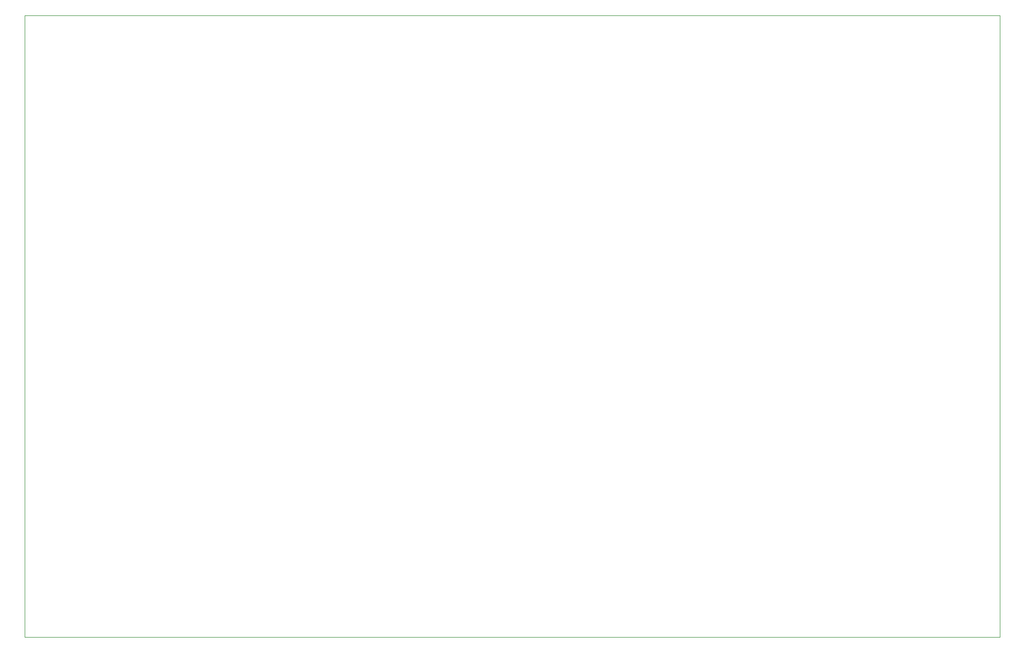
<source format=gbr>
G04 #@! TF.GenerationSoftware,KiCad,Pcbnew,(5.1.9)-1*
G04 #@! TF.CreationDate,2021-02-18T16:49:06+04:00*
G04 #@! TF.ProjectId,saxli,7361786c-692e-46b6-9963-61645f706362,rev?*
G04 #@! TF.SameCoordinates,Original*
G04 #@! TF.FileFunction,Profile,NP*
%FSLAX46Y46*%
G04 Gerber Fmt 4.6, Leading zero omitted, Abs format (unit mm)*
G04 Created by KiCad (PCBNEW (5.1.9)-1) date 2021-02-18 16:49:06*
%MOMM*%
%LPD*%
G01*
G04 APERTURE LIST*
G04 #@! TA.AperFunction,Profile*
%ADD10C,0.050000*%
G04 #@! TD*
G04 APERTURE END LIST*
D10*
X38100000Y-123190000D02*
X38100000Y-20828000D01*
X198628000Y-123190000D02*
X38100000Y-123190000D01*
X198628000Y-20828000D02*
X198628000Y-123190000D01*
X38100000Y-20828000D02*
X198628000Y-20828000D01*
M02*

</source>
